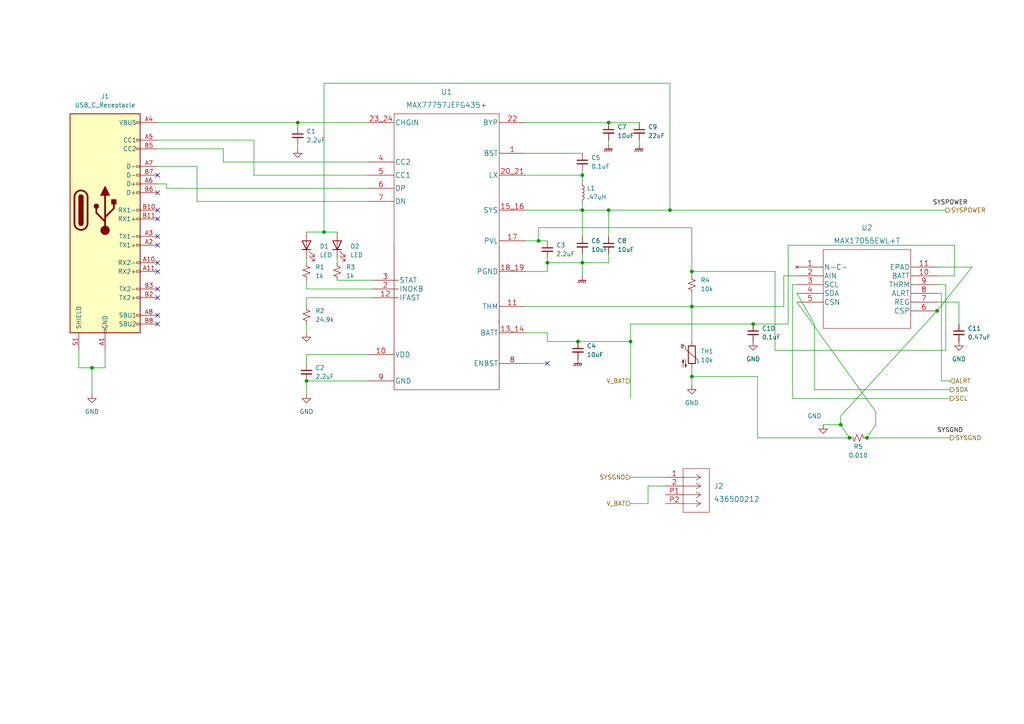
<source format=kicad_sch>
(kicad_sch (version 20211123) (generator eeschema)
  (paper "A4")
  (title_block (title "Charge Circuit"))
  (lib_symbols
    (symbol "Connector:USB_C_Receptacle" (pin_names (offset 1.016))
      (property "Reference" "J" (at -10.16 29.21 0))
      (property "Value" "USB_C_Receptacle" (at 10.16 29.21 0))
      (symbol "USB_C_Receptacle_0_0"
        (rectangle (start -0.254 -35.56) (end 0.254 -34.544))
        (rectangle (start 10.16 -32.766) (end 9.144 -33.274))
        (rectangle (start 10.16 -30.226) (end 9.144 -30.734))
        (rectangle (start 10.16 -25.146) (end 9.144 -25.654))
        (rectangle (start 10.16 -22.606) (end 9.144 -23.114))
        (rectangle (start 10.16 -17.526) (end 9.144 -18.034))
        (rectangle (start 10.16 -14.986) (end 9.144 -15.494))
        (rectangle (start 10.16 -9.906) (end 9.144 -10.414))
        (rectangle (start 10.16 -7.366) (end 9.144 -7.874))
        (rectangle (start 10.16 -2.286) (end 9.144 -2.794))
        (rectangle (start 10.16 0.254) (end 9.144 -0.254))
        (rectangle (start 10.16 5.334) (end 9.144 4.826))
        (rectangle (start 10.16 7.874) (end 9.144 7.366))
        (rectangle (start 10.16 10.414) (end 9.144 9.906))
        (rectangle (start 10.16 12.954) (end 9.144 12.446))
        (rectangle (start 10.16 18.034) (end 9.144 17.526))
        (rectangle (start 10.16 20.574) (end 9.144 20.066))
        (rectangle (start 10.16 25.654) (end 9.144 25.146))
      )
      (symbol "USB_C_Receptacle_0_1"
        (rectangle (start -10.16 27.94) (end 10.16 -35.56) (stroke (width 0.254)) (fill (type background)))
        (arc (start -8.89 -3.81) (mid -6.985 -5.715) (end -5.08 -3.81) (stroke (width 0.508)))
        (arc (start -7.62 -3.81) (mid -6.985 -4.445) (end -6.35 -3.81) (stroke (width 0.254)))
        (arc (start -7.62 -3.81) (mid -6.985 -4.445) (end -6.35 -3.81) (stroke (width 0.254)) (fill (type outline)))
        (rectangle (start -7.62 -3.81) (end -6.35 3.81) (stroke (width 0.254)) (fill (type outline)))
        (arc (start -6.35 3.81) (mid -6.985 4.445) (end -7.62 3.81) (stroke (width 0.254)))
        (arc (start -6.35 3.81) (mid -6.985 4.445) (end -7.62 3.81) (stroke (width 0.254)) (fill (type outline)))
        (arc (start -5.08 3.81) (mid -6.985 5.715) (end -8.89 3.81) (stroke (width 0.508)))
        (polyline (pts (xy -8.89 -3.81) (xy -8.89 3.81)) (stroke (width 0.508)))
        (polyline (pts (xy -5.08 3.81) (xy -5.08 -3.81)) (stroke (width 0.508)))
      )
      (symbol "USB_C_Receptacle_1_1"
        (circle (center -2.54 1.143) (radius 0.635) (stroke (width 0.254)) (fill (type outline)))
        (circle (center 0 -5.842) (radius 1.27) (fill (type outline)))
        (polyline (pts (xy 0 -5.842) (xy 0 4.318)) (stroke (width 0.508)))
        (polyline (pts (xy 0 -3.302) (xy -2.54 -0.762) (xy -2.54 0.508)) (stroke (width 0.508)))
        (polyline (pts (xy 0 -2.032) (xy 2.54 0.508) (xy 2.54 1.778)) (stroke (width 0.508)))
        (polyline (pts (xy -1.27 4.318) (xy 0 6.858) (xy 1.27 4.318) (xy -1.27 4.318)) (stroke (width 0.254)) (fill (type outline)))
        (rectangle (start 1.905 1.778) (end 3.175 3.048) (stroke (width 0.254)) (fill (type outline)))
        (pin passive line (at 0 -40.64 90) (length 5.08) (name "GND") (number "A1"))
        (pin bidirectional line (at 15.24 -15.24 180) (length 5.08) (name "RX2-") (number "A10"))
        (pin bidirectional line (at 15.24 -17.78 180) (length 5.08) (name "RX2+") (number "A11"))
        (pin passive line (at 0 -40.64 90) (length 5.08) hide (name "GND") (number "A12"))
        (pin bidirectional line (at 15.24 -10.16 180) (length 5.08) (name "TX1+") (number "A2"))
        (pin bidirectional line (at 15.24 -7.62 180) (length 5.08) (name "TX1-") (number "A3"))
        (pin passive line (at 15.24 25.4 180) (length 5.08) (name "VBUS") (number "A4"))
        (pin bidirectional line (at 15.24 20.32 180) (length 5.08) (name "CC1") (number "A5"))
        (pin bidirectional line (at 15.24 7.62 180) (length 5.08) (name "D+") (number "A6"))
        (pin bidirectional line (at 15.24 12.7 180) (length 5.08) (name "D-") (number "A7"))
        (pin bidirectional line (at 15.24 -30.48 180) (length 5.08) (name "SBU1") (number "A8"))
        (pin passive line (at 15.24 25.4 180) (length 5.08) hide (name "VBUS") (number "A9"))
        (pin passive line (at 0 -40.64 90) (length 5.08) hide (name "GND") (number "B1"))
        (pin bidirectional line (at 15.24 0 180) (length 5.08) (name "RX1-") (number "B10"))
        (pin bidirectional line (at 15.24 -2.54 180) (length 5.08) (name "RX1+") (number "B11"))
        (pin passive line (at 0 -40.64 90) (length 5.08) hide (name "GND") (number "B12"))
        (pin bidirectional line (at 15.24 -25.4 180) (length 5.08) (name "TX2+") (number "B2"))
        (pin bidirectional line (at 15.24 -22.86 180) (length 5.08) (name "TX2-") (number "B3"))
        (pin passive line (at 15.24 25.4 180) (length 5.08) hide (name "VBUS") (number "B4"))
        (pin bidirectional line (at 15.24 17.78 180) (length 5.08) (name "CC2") (number "B5"))
        (pin bidirectional line (at 15.24 5.08 180) (length 5.08) (name "D+") (number "B6"))
        (pin bidirectional line (at 15.24 10.16 180) (length 5.08) (name "D-") (number "B7"))
        (pin bidirectional line (at 15.24 -33.02 180) (length 5.08) (name "SBU2") (number "B8"))
        (pin passive line (at 15.24 25.4 180) (length 5.08) hide (name "VBUS") (number "B9"))
        (pin passive line (at -7.62 -40.64 90) (length 5.08) (name "SHIELD") (number "S1"))
      )
    )
    (symbol "Device:C_Small" (pin_numbers hide) (pin_names (offset 0.254) hide)
      (property "Reference" "C" (at 0.254 1.778 0))
      (property "Value" "C_Small" (at 0.254 -2.032 0))
      (symbol "C_Small_0_1"
        (polyline (pts (xy -1.524 -0.508) (xy 1.524 -0.508)) (stroke (width 0.3302)))
        (polyline (pts (xy -1.524 0.508) (xy 1.524 0.508)) (stroke (width 0.3048)))
      )
      (symbol "C_Small_1_1"
        (pin passive line (at 0 2.54 270) (length 2.032) (name "~") (number "1"))
        (pin passive line (at 0 -2.54 90) (length 2.032) (name "~") (number "2"))
      )
    )
    (symbol "Device:LED" (pin_numbers hide) (pin_names (offset 1.016) hide)
      (property "Reference" "D" (at 0 2.54 0))
      (property "Value" "LED" (at 0 -2.54 0))
      (symbol "LED_0_1"
        (polyline (pts (xy -1.27 -1.27) (xy -1.27 1.27)) (stroke (width 0.254)))
        (polyline (pts (xy -1.27 0) (xy 1.27 0)))
        (polyline (pts (xy 1.27 -1.27) (xy 1.27 1.27) (xy -1.27 0) (xy 1.27 -1.27)) (stroke (width 0.254)))
        (polyline (pts (xy -3.048 -0.762) (xy -4.572 -2.286) (xy -3.81 -2.286) (xy -4.572 -2.286) (xy -4.572 -1.524)))
        (polyline (pts (xy -1.778 -0.762) (xy -3.302 -2.286) (xy -2.54 -2.286) (xy -3.302 -2.286) (xy -3.302 -1.524)))
      )
      (symbol "LED_1_1"
        (pin passive line (at -3.81 0 0) (length 2.54) (name "K") (number "1"))
        (pin passive line (at 3.81 0 180) (length 2.54) (name "A") (number "2"))
      )
    )
    (symbol "Device:L_Small" (pin_numbers hide) (pin_names (offset 0.254) hide)
      (property "Reference" "L" (at 0.762 1.016 0))
      (property "Value" "L_Small" (at 0.762 -1.016 0))
      (symbol "L_Small_0_1"
        (arc (start 0 -2.032) (mid 0.508 -1.524) (end 0 -1.016))
        (arc (start 0 -1.016) (mid 0.508 -0.508) (end 0 0))
        (arc (start 0 0) (mid 0.508 0.508) (end 0 1.016))
        (arc (start 0 1.016) (mid 0.508 1.524) (end 0 2.032))
      )
      (symbol "L_Small_1_1"
        (pin passive line (at 0 2.54 270) (length 0.508) (name "~") (number "1"))
        (pin passive line (at 0 -2.54 90) (length 0.508) (name "~") (number "2"))
      )
    )
    (symbol "Device:R_Small_US" (pin_numbers hide) (pin_names (offset 0.254) hide)
      (property "Reference" "R" (at 0.762 0.508 0))
      (property "Value" "R_Small_US" (at 0.762 -1.016 0))
      (symbol "R_Small_US_1_1"
        (polyline (pts (xy 0 0) (xy 1.016 -0.381) (xy 0 -0.762) (xy -1.016 -1.143) (xy 0 -1.524)))
        (polyline (pts (xy 0 1.524) (xy 1.016 1.143) (xy 0 0.762) (xy -1.016 0.381) (xy 0 0)))
        (pin passive line (at 0 2.54 270) (length 1.016) (name "~") (number "1"))
        (pin passive line (at 0 -2.54 90) (length 1.016) (name "~") (number "2"))
      )
    )
    (symbol "Device:Thermistor_NTC" (pin_numbers hide) (pin_names (offset 0))
      (property "Reference" "TH" (at -4.445 0 90))
      (property "Value" "Thermistor_NTC" (at 3.175 0 90))
      (symbol "Thermistor_NTC_0_1"
        (arc (start -3.048 2.159) (mid -3.0505 2.3165) (end -3.175 2.413))
        (arc (start -3.048 2.159) (mid -2.9736 1.9794) (end -2.794 1.905))
        (arc (start -3.048 2.794) (mid -2.9736 2.6144) (end -2.794 2.54))
        (arc (start -2.794 1.905) (mid -2.6144 1.9794) (end -2.54 2.159))
        (arc (start -2.794 2.54) (mid -2.434 2.5608) (end -2.159 2.794))
        (arc (start -2.794 3.048) (mid -2.9736 2.9736) (end -3.048 2.794))
        (arc (start -2.54 2.794) (mid -2.6144 2.9736) (end -2.794 3.048))
        (rectangle (start -1.016 2.54) (end 1.016 -2.54) (stroke (width 0.254)))
        (polyline (pts (xy -2.54 2.159) (xy -2.54 2.794)))
        (polyline (pts (xy -1.778 2.54) (xy -1.778 1.524) (xy 1.778 -1.524) (xy 1.778 -2.54)))
        (polyline (pts (xy -2.54 -3.683) (xy -2.54 -1.397) (xy -2.794 -2.159) (xy -2.286 -2.159) (xy -2.54 -1.397) (xy -2.54 -1.651)) (fill (type outline)))
        (polyline (pts (xy -1.778 -1.397) (xy -1.778 -3.683) (xy -2.032 -2.921) (xy -1.524 -2.921) (xy -1.778 -3.683) (xy -1.778 -3.429)) (fill (type outline)))
      )
      (symbol "Thermistor_NTC_1_1"
        (pin passive line (at 0 3.81 270) (length 1.27) (name "~") (number "1"))
        (pin passive line (at 0 -3.81 90) (length 1.27) (name "~") (number "2"))
      )
    )
    (symbol "MAX77757_functional:MAX77757JEFG435+" (pin_names (offset 0.254))
      (property "Reference" "U5" (at 22.86 11.43 0))
      (property "Value" "MAX77757JEFG435+" (at 22.86 7.62 0))
      (symbol "MAX77757JEFG435+_1_1"
        (polyline (pts (xy 7.62 -74.93) (xy 7.62 -68.58)))
        (polyline (pts (xy 7.62 -74.93) (xy 38.1 -74.93)) (stroke (width 0.127)))
        (polyline (pts (xy 7.62 -33.02) (xy 7.62 -68.58)))
        (polyline (pts (xy 7.62 5.08) (xy 7.62 -33.02)) (stroke (width 0.127)))
        (polyline (pts (xy 38.1 -69.85) (xy 38.1 -74.93)))
        (polyline (pts (xy 38.1 -69.85) (xy 38.1 -54.61)))
        (polyline (pts (xy 38.1 -33.02) (xy 38.1 5.08)) (stroke (width 0.127)))
        (polyline (pts (xy 38.1 5.08) (xy 7.62 5.08)) (stroke (width 0.127)))
        (polyline (pts (xy 38.1 -33.02) (xy 38.1 -55.88) (xy 38.1 -55.88)))
        (pin unspecified line (at 45.72 -6.35 180) (length 7.62) (name "BST") (number "1"))
        (pin output line (at 0 -64.77 0) (length 7.62) (name "VDD") (number "10"))
        (pin unspecified line (at 45.72 -50.8 180) (length 7.62) (name "THM") (number "11"))
        (pin unspecified line (at 1.27 -48.26 0) (length 7.62) (name "IFAST") (number "12"))
        (pin unspecified line (at 45.72 -58.42 180) (length 7.62) (name "BATT") (number "13_14"))
        (pin unspecified line (at 45.72 -22.86 180) (length 7.62) (name "SYS") (number "15_16"))
        (pin output line (at 45.72 -31.75 180) (length 7.62) (name "PVL") (number "17"))
        (pin power_in line (at 45.72 -40.64 180) (length 7.62) (name "PGND") (number "18_19"))
        (pin bidirectional line (at 1.27 -45.72 0) (length 7.62) (name "INOKB") (number "2"))
        (pin unspecified line (at 45.72 -12.7 180) (length 7.62) (name "LX") (number "20_21"))
        (pin output line (at 45.72 2.54 180) (length 7.62) (name "BYP") (number "22"))
        (pin input line (at 0 2.54 0) (length 7.62) (name "CHGIN") (number "23_24"))
        (pin output line (at 1.27 -43.18 0) (length 7.62) (name "STAT") (number "3"))
        (pin unspecified line (at 0 -8.89 0) (length 7.62) (name "CC2") (number "4"))
        (pin unspecified line (at 0 -12.7 0) (length 7.62) (name "CC1") (number "5"))
        (pin output line (at 0 -16.51 0) (length 7.62) (name "DP") (number "6"))
        (pin output line (at 0 -20.32 0) (length 7.62) (name "DN") (number "7"))
        (pin input line (at 45.72 -67.31 180) (length 7.62) (name "ENBST") (number "8"))
        (pin power_in line (at 0 -72.39 0) (length 7.62) (name "GND") (number "9"))
      )
    )
    (symbol "max17055 smd:MAX17055ETB+T" (pin_names (offset 0.254))
      (property "Reference" "U" (at 20.32 10.16 0))
      (property "Value" "MAX17055ETB+T" (at 20.32 7.62 0))
      (symbol "MAX17055ETB+T_1_1"
        (polyline (pts (xy 7.62 -17.78) (xy 33.02 -17.78)) (stroke (width 0.127)))
        (polyline (pts (xy 7.62 5.08) (xy 7.62 -17.78)) (stroke (width 0.127)))
        (polyline (pts (xy 33.02 -17.78) (xy 33.02 5.08)) (stroke (width 0.127)))
        (polyline (pts (xy 33.02 5.08) (xy 7.62 5.08)) (stroke (width 0.127)))
        (pin no_connect line (at 0 0 0) (length 7.62) (name "N-C-") (number "1"))
        (pin unspecified line (at 40.64 -2.54 180) (length 7.62) (name "BATT") (number "10"))
        (pin unspecified line (at 40.64 0 180) (length 7.62) (name "EPAD") (number "11"))
        (pin unspecified line (at 0 -2.54 0) (length 7.62) (name "AIN") (number "2"))
        (pin unspecified line (at 0 -5.08 0) (length 7.62) (name "SCL") (number "3"))
        (pin unspecified line (at 0 -7.62 0) (length 7.62) (name "SDA") (number "4"))
        (pin unspecified line (at 0 -10.16 0) (length 7.62) (name "CSN") (number "5"))
        (pin unspecified line (at 40.64 -12.7 180) (length 7.62) (name "CSP") (number "6"))
        (pin unspecified line (at 40.64 -10.16 180) (length 7.62) (name "REG") (number "7"))
        (pin unspecified line (at 40.64 -7.62 180) (length 7.62) (name "ALRT") (number "8"))
        (pin unspecified line (at 40.64 -5.08 180) (length 7.62) (name "THRM") (number "9"))
      )
    )
    (symbol "molex connector:436500212" (pin_names (offset 0.254) hide)
      (property "Reference" "J" (at 8.89 6.35 0))
      (property "Value" "436500212" (at 10.16 -5.08 0))
      (symbol "436500212_1_1"
        (polyline (pts (xy 5.08 -10.16) (xy 12.7 -10.16)) (stroke (width 0.127)))
        (polyline (pts (xy 5.08 2.54) (xy 5.08 -10.16)) (stroke (width 0.127)))
        (polyline (pts (xy 10.16 -7.62) (xy 5.08 -7.62)) (stroke (width 0.127)))
        (polyline (pts (xy 10.16 -7.62) (xy 8.89 -8.4582)) (stroke (width 0.127)))
        (polyline (pts (xy 10.16 -7.62) (xy 8.89 -6.7818)) (stroke (width 0.127)))
        (polyline (pts (xy 10.16 -5.08) (xy 5.08 -5.08)) (stroke (width 0.127)))
        (polyline (pts (xy 10.16 -5.08) (xy 8.89 -5.9182)) (stroke (width 0.127)))
        (polyline (pts (xy 10.16 -5.08) (xy 8.89 -4.2418)) (stroke (width 0.127)))
        (polyline (pts (xy 10.16 -2.54) (xy 5.08 -2.54)) (stroke (width 0.127)))
        (polyline (pts (xy 10.16 -2.54) (xy 8.89 -3.3782)) (stroke (width 0.127)))
        (polyline (pts (xy 10.16 -2.54) (xy 8.89 -1.7018)) (stroke (width 0.127)))
        (polyline (pts (xy 10.16 0) (xy 5.08 0)) (stroke (width 0.127)))
        (polyline (pts (xy 10.16 0) (xy 8.89 -0.8382)) (stroke (width 0.127)))
        (polyline (pts (xy 10.16 0) (xy 8.89 0.8382)) (stroke (width 0.127)))
        (polyline (pts (xy 12.7 -10.16) (xy 12.7 2.54)) (stroke (width 0.127)))
        (polyline (pts (xy 12.7 2.54) (xy 5.08 2.54)) (stroke (width 0.127)))
        (pin unspecified line (at 0 0 0) (length 5.08) (name "1") (number "1"))
        (pin unspecified line (at 0 -2.54 0) (length 5.08) (name "2") (number "2"))
        (pin unspecified line (at 0 -5.08 0) (length 5.08) (name "P1") (number "P1"))
        (pin unspecified line (at 0 -7.62 0) (length 5.08) (name "P2") (number "P2"))
      )
    )
    (symbol "power:GND" (power) (pin_names (offset 0))
      (property "Value" "GND" (at 0 -3.81 0))
      (symbol "GND_0_1"
        (polyline (pts (xy 0 0) (xy 0 -1.27) (xy 1.27 -1.27) (xy 0 -2.54) (xy -1.27 -1.27) (xy 0 -1.27)))
      )
      (symbol "GND_1_1"
        (pin power_in line (at 0 0 270) (length 0) hide (name "GND") (number "1"))
      )
    )
    (symbol "power:GNDPWR" (power) (pin_names (offset 0))
      (property "Value" "GNDPWR" (at 0 -3.302 0))
      (symbol "GNDPWR_0_1"
        (polyline (pts (xy 0 -1.27) (xy 0 0)))
        (polyline (pts (xy -1.016 -1.27) (xy -1.27 -2.032) (xy -1.27 -2.032)) (stroke (width 0.2032)))
        (polyline (pts (xy -0.508 -1.27) (xy -0.762 -2.032) (xy -0.762 -2.032)) (stroke (width 0.2032)))
        (polyline (pts (xy 0 -1.27) (xy -0.254 -2.032) (xy -0.254 -2.032)) (stroke (width 0.2032)))
        (polyline (pts (xy 0.508 -1.27) (xy 0.254 -2.032) (xy 0.254 -2.032)) (stroke (width 0.2032)))
        (polyline (pts (xy 1.016 -1.27) (xy -1.016 -1.27) (xy -1.016 -1.27)) (stroke (width 0.2032)))
        (polyline (pts (xy 1.016 -1.27) (xy 0.762 -2.032) (xy 0.762 -2.032) (xy 0.762 -2.032)) (stroke (width 0.2032)))
      )
      (symbol "GNDPWR_1_1"
        (pin power_in line (at 0 0 270) (length 0) hide (name "GNDPWR") (number "1"))
      )
    )
  )
  (junction (at 26.67 106.68))
  (junction (at 246.38 127))
  (junction (at 88.9 110.49))
  (junction (at 200.66 109.22))
  (junction (at 176.53 35.56))
  (junction (at 156.21 69.85))
  (junction (at 200.66 78.74))
  (junction (at 168.91 50.8))
  (junction (at 86.36 35.56))
  (junction (at 218.44 93.98))
  (junction (at 200.66 88.9))
  (junction (at 243.84 123.19))
  (junction (at 93.98 67.31))
  (junction (at 167.64 99.06))
  (junction (at 168.91 76.2))
  (junction (at 176.53 60.96))
  (junction (at 168.91 60.96))
  (junction (at 182.88 99.06))
  (junction (at 194.31 60.96))
  (junction (at 271.78 90.17))
  (junction (at 158.75 76.2))
  (junction (at 251.46 127))
  (no_connect (at 158.75 105.41))
  (no_connect (at 45.72 50.8))
  (no_connect (at 45.72 55.88))
  (no_connect (at 45.72 60.96))
  (no_connect (at 45.72 63.5))
  (no_connect (at 45.72 68.58))
  (no_connect (at 45.72 86.36))
  (no_connect (at 45.72 91.44))
  (no_connect (at 45.72 93.98))
  (no_connect (at 45.72 71.12))
  (no_connect (at 45.72 76.2))
  (no_connect (at 45.72 78.74))
  (no_connect (at 45.72 83.82))
  (wire (pts (xy 182.88 93.98) (xy 182.88 99.06)))
  (wire (pts (xy 200.66 80.01) (xy 200.66 78.74)))
  (wire (pts (xy 45.72 48.26) (xy 57.15 48.26)))
  (wire (pts (xy 193.04 140.97) (xy 187.96 140.97)))
  (wire (pts (xy 228.6 71.12) (xy 276.86 71.12)))
  (wire (pts (xy 168.91 80.01) (xy 168.91 76.2)))
  (wire (pts (xy 229.87 115.57) (xy 275.59 115.57)))
  (wire (pts (xy 152.4 44.45) (xy 168.91 44.45)))
  (wire (pts (xy 152.4 60.96) (xy 168.91 60.96)))
  (wire (pts (xy 182.88 146.05) (xy 187.96 146.05)))
  (wire (pts (xy 176.53 60.96) (xy 194.31 60.96)))
  (wire (pts (xy 158.75 99.06) (xy 167.64 99.06)))
  (wire (pts (xy 152.4 69.85) (xy 156.21 69.85)))
  (wire (pts (xy 227.33 80.01) (xy 231.14 80.01)))
  (wire (pts (xy 73.66 40.64) (xy 73.66 50.8)))
  (wire (pts (xy 200.66 88.9) (xy 200.66 99.06)))
  (wire (pts (xy 168.91 60.96) (xy 176.53 60.96)))
  (wire (pts (xy 158.75 74.93) (xy 158.75 76.2)))
  (wire (pts (xy 231.14 87.63) (xy 254 119.38)))
  (wire (pts (xy 168.91 76.2) (xy 168.91 73.66)))
  (wire (pts (xy 218.44 93.98) (xy 182.88 93.98)))
  (wire (pts (xy 48.26 54.61) (xy 106.68 54.61)))
  (wire (pts (xy 228.6 93.98) (xy 228.6 71.12)))
  (wire (pts (xy 224.79 78.74) (xy 200.66 78.74)))
  (wire (pts (xy 152.4 105.41) (xy 158.75 105.41)))
  (wire (pts (xy 106.68 110.49) (xy 88.9 110.49)))
  (wire (pts (xy 187.96 140.97) (xy 187.96 146.05)))
  (wire (pts (xy 200.66 109.22) (xy 219.71 109.22)))
  (wire (pts (xy 176.53 76.2) (xy 168.91 76.2)))
  (wire (pts (xy 219.71 127) (xy 246.38 127)))
  (wire (pts (xy 200.66 66.04) (xy 156.21 66.04)))
  (wire (pts (xy 64.77 43.18) (xy 45.72 43.18)))
  (wire (pts (xy 243.84 123.19) (xy 238.76 123.19)))
  (wire (pts (xy 107.95 81.28) (xy 97.79 81.28)))
  (wire (pts (xy 158.75 78.74) (xy 158.75 76.2)))
  (wire (pts (xy 200.66 66.04) (xy 200.66 78.74)))
  (wire (pts (xy 193.04 138.43) (xy 182.88 138.43)))
  (wire (pts (xy 158.75 96.52) (xy 158.75 99.06)))
  (wire (pts (xy 45.72 40.64) (xy 73.66 40.64)))
  (wire (pts (xy 73.66 50.8) (xy 106.68 50.8)))
  (wire (pts (xy 88.9 86.36) (xy 88.9 88.9)))
  (wire (pts (xy 88.9 67.31) (xy 93.98 67.31)))
  (wire (pts (xy 152.4 88.9) (xy 200.66 88.9)))
  (wire (pts (xy 246.38 127) (xy 243.84 123.19)))
  (wire (pts (xy 106.68 102.87) (xy 88.9 102.87)))
  (wire (pts (xy 64.77 46.99) (xy 106.68 46.99)))
  (wire (pts (xy 26.67 106.68) (xy 30.48 106.68)))
  (wire (pts (xy 273.05 110.49) (xy 275.59 110.49)))
  (wire (pts (xy 86.36 35.56) (xy 86.36 36.83)))
  (wire (pts (xy 194.31 60.96) (xy 274.32 60.96)))
  (wire (pts (xy 168.91 58.42) (xy 168.91 60.96)))
  (wire (pts (xy 64.77 46.99) (xy 64.77 43.18)))
  (wire (pts (xy 271.78 85.09) (xy 273.05 85.09)))
  (wire (pts (xy 176.53 68.58) (xy 176.53 60.96)))
  (wire (pts (xy 152.4 78.74) (xy 158.75 78.74)))
  (wire (pts (xy 152.4 50.8) (xy 168.91 50.8)))
  (wire (pts (xy 156.21 69.85) (xy 158.75 69.85)))
  (wire (pts (xy 194.31 24.13) (xy 194.31 60.96)))
  (wire (pts (xy 107.95 83.82) (xy 88.9 83.82)))
  (wire (pts (xy 48.26 54.61) (xy 48.26 53.34)))
  (wire (pts (xy 57.15 48.26) (xy 57.15 58.42)))
  (wire (pts (xy 176.53 73.66) (xy 176.53 76.2)))
  (wire (pts (xy 274.32 101.6) (xy 274.32 82.55)))
  (wire (pts (xy 185.42 40.64) (xy 185.42 41.91)))
  (wire (pts (xy 88.9 83.82) (xy 88.9 81.28)))
  (wire (pts (xy 231.14 85.09) (xy 236.22 93.98)))
  (wire (pts (xy 88.9 102.87) (xy 88.9 105.41)))
  (wire (pts (xy 97.79 74.93) (xy 97.79 76.2)))
  (wire (pts (xy 93.98 67.31) (xy 97.79 67.31)))
  (wire (pts (xy 271.78 77.47) (xy 281.94 77.47)))
  (wire (pts (xy 168.91 53.34) (xy 168.91 50.8)))
  (wire (pts (xy 243.84 120.65) (xy 243.84 123.19)))
  (wire (pts (xy 251.46 127) (xy 275.59 127)))
  (wire (pts (xy 88.9 74.93) (xy 88.9 76.2)))
  (wire (pts (xy 254 123.19) (xy 251.46 127)))
  (wire (pts (xy 271.78 90.17) (xy 243.84 120.65)))
  (wire (pts (xy 88.9 114.3) (xy 88.9 110.49)))
  (wire (pts (xy 224.79 101.6) (xy 224.79 78.74)))
  (wire (pts (xy 281.94 77.47) (xy 271.78 90.17)))
  (wire (pts (xy 26.67 114.3) (xy 26.67 106.68)))
  (wire (pts (xy 274.32 82.55) (xy 271.78 82.55)))
  (wire (pts (xy 45.72 35.56) (xy 86.36 35.56)))
  (wire (pts (xy 168.91 50.8) (xy 168.91 49.53)))
  (wire (pts (xy 107.95 86.36) (xy 88.9 86.36)))
  (wire (pts (xy 236.22 93.98) (xy 236.22 113.03)))
  (wire (pts (xy 278.13 87.63) (xy 278.13 93.98)))
  (wire (pts (xy 30.48 106.68) (xy 30.48 101.6)))
  (wire (pts (xy 93.98 24.13) (xy 93.98 67.31)))
  (wire (pts (xy 254 119.38) (xy 254 123.19)))
  (wire (pts (xy 276.86 71.12) (xy 276.86 80.01)))
  (wire (pts (xy 168.91 60.96) (xy 168.91 68.58)))
  (wire (pts (xy 219.71 109.22) (xy 219.71 127)))
  (wire (pts (xy 200.66 106.68) (xy 200.66 109.22)))
  (wire (pts (xy 57.15 58.42) (xy 106.68 58.42)))
  (wire (pts (xy 86.36 35.56) (xy 106.68 35.56)))
  (wire (pts (xy 182.88 99.06) (xy 182.88 115.57)))
  (wire (pts (xy 152.4 35.56) (xy 176.53 35.56)))
  (wire (pts (xy 88.9 96.52) (xy 88.9 93.98)))
  (wire (pts (xy 176.53 40.64) (xy 176.53 41.91)))
  (wire (pts (xy 48.26 53.34) (xy 45.72 53.34)))
  (wire (pts (xy 194.31 24.13) (xy 93.98 24.13)))
  (wire (pts (xy 22.86 101.6) (xy 22.86 106.68)))
  (wire (pts (xy 86.36 41.91) (xy 86.36 43.18)))
  (wire (pts (xy 200.66 85.09) (xy 200.66 88.9)))
  (wire (pts (xy 182.88 99.06) (xy 167.64 99.06)))
  (wire (pts (xy 227.33 88.9) (xy 200.66 88.9)))
  (wire (pts (xy 229.87 115.57) (xy 229.87 82.55)))
  (wire (pts (xy 156.21 66.04) (xy 156.21 69.85)))
  (wire (pts (xy 276.86 80.01) (xy 271.78 80.01)))
  (wire (pts (xy 227.33 88.9) (xy 227.33 80.01)))
  (wire (pts (xy 218.44 93.98) (xy 228.6 93.98)))
  (wire (pts (xy 273.05 85.09) (xy 273.05 110.49)))
  (wire (pts (xy 236.22 113.03) (xy 275.59 113.03)))
  (wire (pts (xy 200.66 109.22) (xy 200.66 111.76)))
  (wire (pts (xy 185.42 35.56) (xy 176.53 35.56)))
  (wire (pts (xy 224.79 101.6) (xy 274.32 101.6)))
  (wire (pts (xy 229.87 82.55) (xy 231.14 82.55)))
  (wire (pts (xy 22.86 106.68) (xy 26.67 106.68)))
  (wire (pts (xy 152.4 96.52) (xy 158.75 96.52)))
  (wire (pts (xy 158.75 76.2) (xy 168.91 76.2)))
  (wire (pts (xy 271.78 87.63) (xy 278.13 87.63)))
  (label "SYSPOWER" (at 270.51 59.69 0))
  (label "SYSGND" (at 271.78 125.73 0))
  (hierarchical_label "V_BAT" (shape input) (at 182.88 146.05 180))
  (hierarchical_label "ALRT" (shape input) (at 275.59 110.49 0))
  (hierarchical_label "SYSPOWER" (shape output) (at 274.32 60.96 0))
  (hierarchical_label "V_BAT" (shape input) (at 182.88 110.49 180))
  (hierarchical_label "SDA" (shape output) (at 275.59 113.03 0))
  (hierarchical_label "SYSGND" (shape output) (at 275.59 127 0))
  (hierarchical_label "SYSGND" (shape input) (at 182.88 138.43 180))
  (hierarchical_label "SCL" (shape output) (at 275.59 115.57 0))
  (symbol (lib_id "power:GND") (at 86.36 43.18 0) (unit 1)
    (property "Reference" "#PWR0106" (effects hide))
    (property "Value" "GNDPWR" (effects hide))
  )
  (symbol (lib_id "Device:Thermistor_NTC") (at 200.66 102.87 0) (unit 1)
    (property "Reference" "TH1" (at 203.2 101.9174 0) (effects (justify left)))
    (property "Value" "10k" (at 203.2 104.4574 0) (effects (justify left)))
    (property "Footprint" "Resistor_SMD:R_0603_1608Metric" (effects hide))
  )
  (symbol (lib_id "power:GNDPWR") (at 168.91 80.01 0) (unit 1)
    (property "Reference" "#PWR0108" (effects hide))
    (property "Value" "GNDPWR" (effects hide))
  )
  (symbol (lib_id "Device:R_Small_US") (at 248.92 127 90) (mirror x) (unit 1)
    (property "Reference" "R5" (at 248.92 129.54 90))
    (property "Value" "0.010" (at 248.92 132.08 90))
    (property "Footprint" "Resistor_SMD:R_0805_2012Metric" (effects hide))
  )
  (symbol (lib_id "Device:C_Small") (at 185.42 38.1 0) (unit 1)
    (property "Reference" "C9" (at 187.96 36.8362 0) (effects (justify left)))
    (property "Value" "22uF" (at 187.96 39.3762 0) (effects (justify left)))
    (property "Footprint" "Capacitor_SMD:C_0603_1608Metric" (effects hide))
  )
  (symbol (lib_id "Device:C_Small") (at 88.9 107.95 0) (unit 1)
    (property "Reference" "C2" (at 91.44 106.6862 0) (effects (justify left)))
    (property "Value" "2.2uF" (at 91.44 109.2262 0) (effects (justify left)))
    (property "Footprint" "Capacitor_SMD:C_0603_1608Metric" (effects hide))
  )
  (symbol (lib_id "molex connector:436500212") (at 193.04 138.43 0) (unit 1)
    (property "Reference" "J2" (at 207.01 140.97 0) (effects (font (size 1.524 1.524)) (justify left)))
    (property "Value" "436500212" (at 207.01 144.78 0) (effects (font (size 1.524 1.524)) (justify left)))
    (property "Footprint" "molex connector:436500212" (effects hide))
  )
  (symbol (lib_id "Device:C_Small") (at 218.44 96.52 0) (unit 1)
    (property "Reference" "C10" (at 220.98 95.2562 0) (effects (justify left)))
    (property "Value" "0.1uF" (at 220.98 97.7962 0) (effects (justify left)))
    (property "Footprint" "Capacitor_SMD:C_0603_1608Metric" (effects hide))
  )
  (symbol (lib_id "Device:L_Small") (at 168.91 55.88 0) (unit 1)
    (property "Reference" "L1" (at 170.18 54.6099 0) (effects (justify left)))
    (property "Value" ".47uH" (at 170.18 57.1499 0) (effects (justify left)))
    (property "Footprint" "Inductor_SMD:L_1008_2520Metric" (effects hide))
  )
  (symbol (lib_id "power:GND") (at 218.44 99.06 0) (unit 1)
    (property "Reference" "#PWR0109" (effects hide))
    (property "Value" "GND1" (at 218.44 104.14 0))
  )
  (symbol (lib_id "power:GND") (at 88.9 114.3 0) (unit 1)
    (property "Reference" "#PWR0101" (effects hide))
    (property "Value" "GND" (at 88.9 119.38 0))
  )
  (symbol (lib_id "power:GNDPWR") (at 185.42 41.91 0) (unit 1)
    (property "Reference" "#PWR01" (effects hide))
    (property "Value" "GNDPWR" (effects hide))
  )
  (symbol (lib_id "Device:C_Small") (at 278.13 96.52 0) (unit 1)
    (property "Reference" "C11" (at 280.67 95.2562 0) (effects (justify left)))
    (property "Value" "0.47uF" (at 280.67 97.7962 0) (effects (justify left)))
    (property "Footprint" "Capacitor_SMD:C_0603_1608Metric" (effects hide))
  )
  (symbol (lib_id "Device:LED") (at 97.79 71.12 90) (unit 1)
    (property "Reference" "D2" (at 101.6 71.4374 90) (effects (justify right)))
    (property "Value" "LED" (at 101.6 73.9774 90) (effects (justify right)))
    (property "Footprint" "LED_SMD:LED_0603_1608Metric" (effects hide))
  )
  (symbol (lib_id "Device:C_Small") (at 158.75 72.39 0) (unit 1)
    (property "Reference" "C3" (at 161.29 71.1262 0) (effects (justify left)))
    (property "Value" "2.2uF" (at 161.29 73.6662 0) (effects (justify left)))
    (property "Footprint" "Capacitor_SMD:C_0603_1608Metric" (effects hide))
  )
  (symbol (lib_id "max17055 smd:MAX17055ETB+T") (at 231.14 77.47 0) (unit 1)
    (property "Reference" "U2" (at 251.46 66.04 0) (effects (font (size 1.524 1.524))))
    (property "Value" "MAX17055EWL+T" (at 251.46 69.85 0) (effects (font (size 1.524 1.524))))
    (property "Footprint" "17055 foot:MAX17055EWL&plus_T" (effects hide))
  )
  (symbol (lib_id "power:GND") (at 278.13 99.06 0) (unit 1)
    (property "Reference" "#PWR0110" (effects hide))
    (property "Value" "GND1" (at 278.13 104.14 0))
  )
  (symbol (lib_id "Device:R_Small_US") (at 88.9 78.74 0) (unit 1)
    (property "Reference" "R1" (at 91.44 77.4699 0) (effects (justify left)))
    (property "Value" "1k" (at 91.44 80.0099 0) (effects (justify left)))
    (property "Footprint" "Resistor_SMD:R_0402_1005Metric" (effects hide))
  )
  (symbol (lib_id "Device:C_Small") (at 176.53 38.1 0) (unit 1)
    (property "Reference" "C7" (at 179.07 36.8362 0) (effects (justify left)))
    (property "Value" "10uF" (at 179.07 39.3762 0) (effects (justify left)))
    (property "Footprint" "Capacitor_SMD:C_0603_1608Metric" (effects hide))
  )
  (symbol (lib_id "Device:LED") (at 88.9 71.12 90) (unit 1)
    (property "Reference" "D1" (at 92.71 71.4374 90) (effects (justify right)))
    (property "Value" "LED" (at 92.71 73.9774 90) (effects (justify right)))
    (property "Footprint" "LED_SMD:LED_0603_1608Metric" (effects hide))
  )
  (symbol (lib_id "Device:R_Small_US") (at 88.9 91.44 0) (unit 1)
    (property "Reference" "R2" (at 91.44 90.1699 0) (effects (justify left)))
    (property "Value" "24.9k" (at 91.44 92.7099 0) (effects (justify left)))
    (property "Footprint" "Resistor_SMD:R_0402_1005Metric" (effects hide))
  )
  (symbol (lib_id "Device:R_Small_US") (at 97.79 78.74 0) (unit 1)
    (property "Reference" "R3" (at 100.33 77.4699 0) (effects (justify left)))
    (property "Value" "1k" (at 100.33 80.0099 0) (effects (justify left)))
    (property "Footprint" "Resistor_SMD:R_0402_1005Metric" (effects hide))
  )
  (symbol (lib_id "power:GND") (at 88.9 96.52 0) (unit 1)
    (property "Reference" "#PWR0105" (effects hide))
    (property "Value" "GNDPWR" (effects hide))
  )
  (symbol (lib_id "Device:R_Small_US") (at 200.66 82.55 0) (unit 1)
    (property "Reference" "R4" (at 203.2 81.2799 0) (effects (justify left)))
    (property "Value" "10k" (at 203.2 83.8199 0) (effects (justify left)))
    (property "Footprint" "Resistor_SMD:R_0402_1005Metric" (effects hide))
  )
  (symbol (lib_id "power:GNDPWR") (at 176.53 41.91 0) (unit 1)
    (property "Reference" "#PWR0102" (effects hide))
    (property "Value" "GNDPWR" (effects hide))
  )
  (symbol (lib_id "Device:C_Small") (at 168.91 46.99 0) (unit 1)
    (property "Reference" "C5" (at 171.45 45.7262 0) (effects (justify left)))
    (property "Value" "0.1uF" (at 171.45 48.2662 0) (effects (justify left)))
    (property "Footprint" "Capacitor_SMD:C_0402_1005Metric" (effects hide))
  )
  (symbol (lib_id "MAX77757_functional:MAX77757JEFG435+") (at 106.68 38.1 0) (unit 1)
    (property "Reference" "U1" (at 129.54 26.67 0) (effects (font (size 1.524 1.524))))
    (property "Value" "MAX77757JEFG435+" (at 129.54 30.48 0) (effects (font (size 1.524 1.524))))
    (property "Footprint" "77757 foot:IC_MAX77757JEFG435+" (effects hide))
  )
  (symbol (lib_id "power:GND") (at 26.67 114.3 0) (unit 1)
    (property "Reference" "#PWR011" (effects hide))
    (property "Value" "GND" (at 26.67 119.38 0))
  )
  (symbol (lib_id "Device:C_Small") (at 176.53 71.12 0) (unit 1)
    (property "Reference" "C8" (at 179.07 69.8562 0) (effects (justify left)))
    (property "Value" "10uF" (at 179.07 72.3962 0) (effects (justify left)))
    (property "Footprint" "Capacitor_SMD:C_0603_1608Metric" (effects hide))
  )
  (symbol (lib_id "Device:C_Small") (at 86.36 39.37 0) (unit 1)
    (property "Reference" "C1" (at 88.9 38.1062 0) (effects (justify left)))
    (property "Value" "2.2uF" (at 88.9 40.6462 0) (effects (justify left)))
    (property "Footprint" "Capacitor_SMD:C_0603_1608Metric" (effects hide))
  )
  (symbol (lib_id "power:GND") (at 238.76 123.19 0) (unit 1)
    (property "Reference" "#PWR0111" (effects hide))
    (property "Value" "GND1" (at 236.22 120.65 0))
  )
  (symbol (lib_id "Connector:USB_C_Receptacle") (at 30.48 60.96 0) (unit 1)
    (property "Reference" "J1" (at 30.48 27.94 0))
    (property "Value" "USB_C_Receptacle" (at 30.48 30.48 0))
    (property "Footprint" "Connector_USB:USB_C_Receptacle_Amphenol_12401610E4-2A" (effects hide))
    (property "Datasheet" "https://www.usb.org/sites/default/files/documents/usb_type-c.zip" (effects hide))
  )
  (symbol (lib_id "power:GNDPWR") (at 167.64 104.14 0) (unit 1)
    (property "Reference" "#PWR0107" (effects hide))
    (property "Value" "GNDPWR" (effects hide))
  )
  (symbol (lib_id "Device:C_Small") (at 167.64 101.6 0) (unit 1)
    (property "Reference" "C4" (at 170.18 100.3362 0) (effects (justify left)))
    (property "Value" "10uF" (at 170.18 102.8762 0) (effects (justify left)))
    (property "Footprint" "Capacitor_SMD:C_0603_1608Metric" (effects hide))
  )
  (symbol (lib_id "Device:C_Small") (at 168.91 71.12 0) (unit 1)
    (property "Reference" "C6" (at 171.45 69.8562 0) (effects (justify left)))
    (property "Value" "10uF" (at 171.45 72.3962 0) (effects (justify left)))
    (property "Footprint" "Capacitor_SMD:C_0603_1608Metric" (effects hide))
  )
  (symbol (lib_id "power:GND") (at 200.66 111.76 0) (unit 1)
    (property "Reference" "#PWR0104" (effects hide))
    (property "Value" "GND" (at 200.66 116.84 0))
  )
)
</source>
